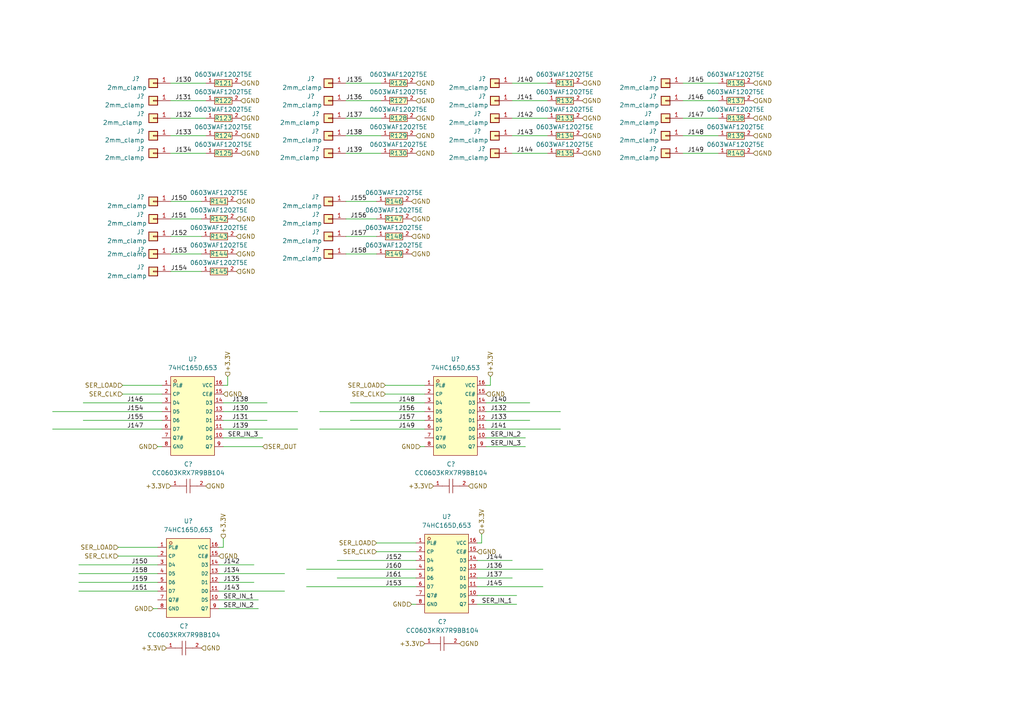
<source format=kicad_sch>
(kicad_sch (version 20230121) (generator eeschema)
  (paper "A4")
  (lib_symbols
    (symbol "0603WAF1202T5E:0603WAF1202T5E" (pin_names hide)
      (property "Reference" "R" (at 0 1.27 0))
      (property "Value" "0603WAF1202T5E" (at 0 -2.54 0))
      (symbol "0603WAF1202T5E_0_1"
        (rectangle (start -2.54 1.016) (end 2.54 -1.016) (fill (type background)))
        (pin input line (at -5.08 0 0) (length 2.54) (name "1") (number "1"))
        (pin input line (at 5.08 0 180) (length 2.54) (name "2") (number "2"))
      )
    )
    (symbol "74HC165D,653:74HC165D,653"
      (property "Reference" "U" (at 0 1.27 0))
      (property "Value" "74HC165D,653" (at 0 -2.54 0))
      (symbol "74HC165D,653_0_1"
        (rectangle (start -6.35 11.43) (end 6.35 -11.43) (fill (type background)))
        (circle (center -5.08 10.16) (radius 0.381) (fill (type background)))
        (pin unspecified line (at -8.89 8.89 0) (length 2.54) (name "PL#") (number "1"))
        (pin unspecified line (at 8.89 -6.35 180) (length 2.54) (name "DS") (number "10"))
        (pin unspecified line (at 8.89 -3.81 180) (length 2.54) (name "D0") (number "11"))
        (pin unspecified line (at 8.89 -1.27 180) (length 2.54) (name "D1") (number "12"))
        (pin unspecified line (at 8.89 1.27 180) (length 2.54) (name "D2") (number "13"))
        (pin unspecified line (at 8.89 3.81 180) (length 2.54) (name "D3") (number "14"))
        (pin unspecified line (at 8.89 6.35 180) (length 2.54) (name "CE#") (number "15"))
        (pin unspecified line (at 8.89 8.89 180) (length 2.54) (name "VCC") (number "16"))
        (pin unspecified line (at -8.89 6.35 0) (length 2.54) (name "CP") (number "2"))
        (pin unspecified line (at -8.89 3.81 0) (length 2.54) (name "D4") (number "3"))
        (pin unspecified line (at -8.89 1.27 0) (length 2.54) (name "D5") (number "4"))
        (pin unspecified line (at -8.89 -1.27 0) (length 2.54) (name "D6") (number "5"))
        (pin unspecified line (at -8.89 -3.81 0) (length 2.54) (name "D7") (number "6"))
        (pin unspecified line (at -8.89 -6.35 0) (length 2.54) (name "Q7#") (number "7"))
        (pin unspecified line (at -8.89 -8.89 0) (length 2.54) (name "GND") (number "8"))
        (pin unspecified line (at 8.89 -8.89 180) (length 2.54) (name "Q7") (number "9"))
      )
    )
    (symbol "CC0603KRX7R9BB104:CC0603KRX7R9BB104" (pin_names hide)
      (property "Reference" "C" (at 0 1.27 0))
      (property "Value" "CC0603KRX7R9BB104" (at 0 -2.54 0))
      (symbol "CC0603KRX7R9BB104_0_1"
        (polyline (pts (xy -0.508 -2.032) (xy -0.508 2.032)))
        (polyline (pts (xy -0.508 0) (xy -2.54 0)))
        (polyline (pts (xy 0.508 2.032) (xy 0.508 -2.032)))
        (polyline (pts (xy 2.54 0) (xy 0.508 0)))
        (pin unspecified line (at -5.08 0 0) (length 2.54) (name "1") (number "1"))
        (pin unspecified line (at 5.08 0 180) (length 2.54) (name "2") (number "2"))
      )
    )
    (symbol "Kaboom_box:2mm_clamp" (pin_names (offset 1.016) hide)
      (property "Reference" "J" (at 0 2.54 0))
      (property "Value" "2mm_clamp" (at 0 -2.54 0))
      (symbol "2mm_clamp_1_1"
        (rectangle (start -1.27 0.127) (end 0 -0.127) (stroke (width 0.1524)))
        (rectangle (start -1.27 1.27) (end 1.27 -1.27) (stroke (width 0.254)) (fill (type background)))
        (pin passive line (at -5.08 0 0) (length 3.81) (name "Pin_1") (number "1"))
      )
    )
  )
  (wire (pts (xy 77.47 116.84) (xy 64.77 116.84)))
  (wire (pts (xy 142.24 109.22) (xy 142.24 111.76)))
  (wire (pts (xy 15.24 119.38) (xy 46.99 119.38)))
  (wire (pts (xy 198.12 29.21) (xy 208.28 29.21)))
  (wire (pts (xy 148.59 24.13) (xy 158.75 24.13)))
  (wire (pts (xy 64.77 127) (xy 76.2 127)))
  (wire (pts (xy 138.43 165.1) (xy 157.48 165.1)))
  (wire (pts (xy 100.33 58.42) (xy 109.22 58.42)))
  (wire (pts (xy 88.9 170.18) (xy 120.65 170.18)))
  (wire (pts (xy 49.53 39.37) (xy 59.69 39.37)))
  (wire (pts (xy 63.5 163.83) (xy 73.66 163.83)))
  (wire (pts (xy 139.7 154.94) (xy 139.7 157.48)))
  (wire (pts (xy 64.77 156.21) (xy 64.77 158.75)))
  (wire (pts (xy 148.59 39.37) (xy 158.75 39.37)))
  (wire (pts (xy 22.86 168.91) (xy 45.72 168.91)))
  (wire (pts (xy 100.33 29.21) (xy 110.49 29.21)))
  (wire (pts (xy 34.29 158.75) (xy 45.72 158.75)))
  (wire (pts (xy 22.86 166.37) (xy 45.72 166.37)))
  (wire (pts (xy 92.71 119.38) (xy 123.19 119.38)))
  (wire (pts (xy 139.7 157.48) (xy 138.43 157.48)))
  (wire (pts (xy 59.69 44.45) (xy 49.53 44.45)))
  (wire (pts (xy 92.71 124.46) (xy 123.19 124.46)))
  (wire (pts (xy 49.53 73.66) (xy 58.42 73.66)))
  (wire (pts (xy 138.43 172.72) (xy 149.86 172.72)))
  (wire (pts (xy 148.59 29.21) (xy 158.75 29.21)))
  (wire (pts (xy 140.97 124.46) (xy 162.56 124.46)))
  (wire (pts (xy 119.38 175.26) (xy 120.65 175.26)))
  (wire (pts (xy 198.12 24.13) (xy 208.28 24.13)))
  (wire (pts (xy 100.33 68.58) (xy 109.22 68.58)))
  (wire (pts (xy 100.33 44.45) (xy 110.49 44.45)))
  (wire (pts (xy 63.5 176.53) (xy 74.93 176.53)))
  (wire (pts (xy 100.33 63.5) (xy 109.22 63.5)))
  (wire (pts (xy 111.76 114.3) (xy 123.19 114.3)))
  (wire (pts (xy 63.5 168.91) (xy 73.66 168.91)))
  (wire (pts (xy 45.72 129.54) (xy 46.99 129.54)))
  (wire (pts (xy 35.56 111.76) (xy 46.99 111.76)))
  (wire (pts (xy 109.22 160.02) (xy 120.65 160.02)))
  (wire (pts (xy 142.24 111.76) (xy 140.97 111.76)))
  (wire (pts (xy 63.5 173.99) (xy 74.93 173.99)))
  (wire (pts (xy 100.33 73.66) (xy 109.22 73.66)))
  (wire (pts (xy 111.76 111.76) (xy 123.19 111.76)))
  (wire (pts (xy 24.13 116.84) (xy 46.99 116.84)))
  (wire (pts (xy 121.92 129.54) (xy 123.19 129.54)))
  (wire (pts (xy 198.12 34.29) (xy 208.28 34.29)))
  (wire (pts (xy 22.86 171.45) (xy 45.72 171.45)))
  (wire (pts (xy 49.53 63.5) (xy 58.42 63.5)))
  (wire (pts (xy 66.04 109.22) (xy 66.04 111.76)))
  (wire (pts (xy 148.59 44.45) (xy 158.75 44.45)))
  (wire (pts (xy 138.43 162.56) (xy 148.59 162.56)))
  (wire (pts (xy 44.45 176.53) (xy 45.72 176.53)))
  (wire (pts (xy 34.29 161.29) (xy 45.72 161.29)))
  (wire (pts (xy 49.53 58.42) (xy 58.42 58.42)))
  (wire (pts (xy 64.77 124.46) (xy 86.36 124.46)))
  (wire (pts (xy 198.12 39.37) (xy 208.28 39.37)))
  (wire (pts (xy 49.53 68.58) (xy 58.42 68.58)))
  (wire (pts (xy 100.33 34.29) (xy 110.49 34.29)))
  (wire (pts (xy 138.43 167.64) (xy 148.59 167.64)))
  (wire (pts (xy 97.79 167.64) (xy 120.65 167.64)))
  (wire (pts (xy 49.53 29.21) (xy 59.69 29.21)))
  (wire (pts (xy 198.12 44.45) (xy 208.28 44.45)))
  (wire (pts (xy 22.86 163.83) (xy 45.72 163.83)))
  (wire (pts (xy 88.9 165.1) (xy 120.65 165.1)))
  (wire (pts (xy 140.97 116.84) (xy 153.67 116.84)))
  (wire (pts (xy 97.79 162.56) (xy 120.65 162.56)))
  (wire (pts (xy 77.47 121.92) (xy 64.77 121.92)))
  (wire (pts (xy 101.6 121.92) (xy 123.19 121.92)))
  (wire (pts (xy 63.5 171.45) (xy 82.55 171.45)))
  (wire (pts (xy 140.97 121.92) (xy 153.67 121.92)))
  (wire (pts (xy 64.77 158.75) (xy 63.5 158.75)))
  (wire (pts (xy 109.22 157.48) (xy 120.65 157.48)))
  (wire (pts (xy 66.04 111.76) (xy 64.77 111.76)))
  (wire (pts (xy 138.43 170.18) (xy 157.48 170.18)))
  (wire (pts (xy 64.77 129.54) (xy 76.2 129.54)))
  (wire (pts (xy 49.53 34.29) (xy 59.69 34.29)))
  (wire (pts (xy 15.24 124.46) (xy 46.99 124.46)))
  (wire (pts (xy 35.56 114.3) (xy 46.99 114.3)))
  (wire (pts (xy 101.6 116.84) (xy 123.19 116.84)))
  (wire (pts (xy 49.53 78.74) (xy 58.42 78.74)))
  (wire (pts (xy 138.43 175.26) (xy 149.86 175.26)))
  (wire (pts (xy 63.5 166.37) (xy 82.55 166.37)))
  (wire (pts (xy 140.97 119.38) (xy 162.56 119.38)))
  (wire (pts (xy 140.97 129.54) (xy 152.4 129.54)))
  (wire (pts (xy 64.77 119.38) (xy 86.36 119.38)))
  (wire (pts (xy 24.13 121.92) (xy 46.99 121.92)))
  (wire (pts (xy 49.53 24.13) (xy 59.69 24.13)))
  (wire (pts (xy 100.33 24.13) (xy 110.49 24.13)))
  (wire (pts (xy 100.33 39.37) (xy 110.49 39.37)))
  (wire (pts (xy 140.97 127) (xy 152.4 127)))
  (wire (pts (xy 148.59 34.29) (xy 158.75 34.29)))
  (label "J151" (at 49.53 63.5 0))
  (label "J145" (at 199.39 24.13 0))
  (label "J157" (at 101.6 68.58 0))
  (label "J141" (at 142.24 124.46 0))
  (label "J157" (at 115.57 121.92 0))
  (label "J138" (at 100.33 39.37 0))
  (label "J130" (at 67.31 119.38 0))
  (label "J147" (at 36.83 124.46 0))
  (label "J153" (at 49.53 73.66 0))
  (label "SER_IN_1" (at 139.7 175.26 0))
  (label "J132" (at 142.24 119.38 0))
  (label "J152" (at 49.53 68.58 0))
  (label "J155" (at 36.83 121.92 0))
  (label "J144" (at 149.86 44.45 0))
  (label "J143" (at 149.86 39.37 0))
  (label "J141" (at 149.86 29.21 0))
  (label "SER_IN_1" (at 64.77 173.99 0))
  (label "J146" (at 199.39 29.21 0))
  (label "J160" (at 111.76 165.1 0))
  (label "J138" (at 67.31 116.84 0))
  (label "J137" (at 140.97 167.64 0))
  (label "J161" (at 111.76 167.64 0))
  (label "J143" (at 64.77 171.45 0))
  (label "J136" (at 100.33 29.21 0))
  (label "J153" (at 111.76 170.18 0))
  (label "J140" (at 149.86 24.13 0))
  (label "J145" (at 140.97 170.18 0))
  (label "J132" (at 50.8 34.29 0))
  (label "J139" (at 100.33 44.45 0))
  (label "J133" (at 50.8 39.37 0))
  (label "J131" (at 67.31 121.92 0))
  (label "J142" (at 149.86 34.29 0))
  (label "SER_IN_2" (at 64.77 176.53 0))
  (label "J140" (at 142.24 116.84 0))
  (label "J150" (at 38.1 163.83 0))
  (label "J136" (at 140.97 165.1 0))
  (label "J135" (at 100.33 24.13 0))
  (label "J135" (at 64.77 168.91 0))
  (label "J142" (at 64.77 163.83 0))
  (label "J159" (at 38.1 168.91 0))
  (label "J152" (at 111.76 162.56 0))
  (label "J133" (at 142.24 121.92 0))
  (label "J156" (at 101.6 63.5 0))
  (label "SER_IN_3" (at 66.04 127 0))
  (label "J134" (at 50.8 44.45 0))
  (label "J134" (at 64.77 166.37 0))
  (label "J154" (at 36.83 119.38 0))
  (label "J130" (at 50.8 24.13 0))
  (label "J151" (at 38.1 171.45 0))
  (label "J148" (at 115.57 116.84 0))
  (label "J137" (at 100.33 34.29 0))
  (label "J139" (at 67.31 124.46 0))
  (label "SER_IN_2" (at 142.24 127 0))
  (label "J131" (at 50.8 29.21 0))
  (label "J158" (at 38.1 166.37 0))
  (label "J155" (at 101.6 58.42 0))
  (label "J147" (at 199.39 34.29 0))
  (label "J146" (at 36.83 116.84 0))
  (label "J149" (at 115.57 124.46 0))
  (label "J150" (at 49.53 58.42 0))
  (label "J144" (at 140.97 162.56 0))
  (label "SER_IN_3" (at 142.24 129.54 0))
  (label "J148" (at 199.39 39.37 0))
  (label "J156" (at 115.57 119.38 0))
  (label "J158" (at 101.6 73.66 0))
  (label "J149" (at 199.39 44.45 0))
  (label "J154" (at 49.53 78.74 0))
  (hierarchical_label "GND" (shape input) (at 69.85 34.29 0))
  (hierarchical_label "+3.3V" (shape input) (at 139.7 154.94 90))
  (hierarchical_label "GND" (shape input) (at 138.43 160.02 0))
  (hierarchical_label "GND" (shape input) (at 68.58 58.42 0))
  (hierarchical_label "GND" (shape input) (at 119.38 68.58 0))
  (hierarchical_label "GND" (shape input) (at 168.91 39.37 0))
  (hierarchical_label "SER_LOAD" (shape input) (at 109.22 157.48 180))
  (hierarchical_label "GND" (shape input) (at 218.44 44.45 0))
  (hierarchical_label "GND" (shape input) (at 218.44 34.29 0))
  (hierarchical_label "SER_CLK" (shape input) (at 34.29 161.29 180))
  (hierarchical_label "SER_LOAD" (shape input) (at 34.29 158.75 180))
  (hierarchical_label "GND" (shape input) (at 63.5 161.29 0))
  (hierarchical_label "+3.3V" (shape input) (at 66.04 109.22 90))
  (hierarchical_label "GND" (shape input) (at 119.38 63.5 0))
  (hierarchical_label "GND" (shape input) (at 45.72 129.54 180))
  (hierarchical_label "GND" (shape input) (at 120.65 29.21 0))
  (hierarchical_label "GND" (shape input) (at 64.77 114.3 0))
  (hierarchical_label "GND" (shape input) (at 58.42 187.96 0))
  (hierarchical_label "+3.3V" (shape input) (at 125.73 140.97 180))
  (hierarchical_label "GND" (shape input) (at 59.69 140.97 0))
  (hierarchical_label "GND" (shape input) (at 69.85 29.21 0))
  (hierarchical_label "+3.3V" (shape input) (at 49.53 140.97 180))
  (hierarchical_label "GND" (shape input) (at 69.85 24.13 0))
  (hierarchical_label "GND" (shape input) (at 168.91 44.45 0))
  (hierarchical_label "GND" (shape input) (at 168.91 29.21 0))
  (hierarchical_label "GND" (shape input) (at 68.58 68.58 0))
  (hierarchical_label "SER_CLK" (shape input) (at 111.76 114.3 180))
  (hierarchical_label "GND" (shape input) (at 218.44 24.13 0))
  (hierarchical_label "GND" (shape input) (at 168.91 34.29 0))
  (hierarchical_label "GND" (shape input) (at 68.58 73.66 0))
  (hierarchical_label "GND" (shape input) (at 120.65 44.45 0))
  (hierarchical_label "GND" (shape input) (at 218.44 39.37 0))
  (hierarchical_label "GND" (shape input) (at 218.44 29.21 0))
  (hierarchical_label "SER_CLK" (shape input) (at 35.56 114.3 180))
  (hierarchical_label "GND" (shape input) (at 121.92 129.54 180))
  (hierarchical_label "GND" (shape input) (at 119.38 73.66 0))
  (hierarchical_label "GND" (shape input) (at 120.65 24.13 0))
  (hierarchical_label "GND" (shape input) (at 68.58 63.5 0))
  (hierarchical_label "GND" (shape input) (at 120.65 39.37 0))
  (hierarchical_label "+3.3V" (shape input) (at 64.77 156.21 90))
  (hierarchical_label "GND" (shape input) (at 68.58 78.74 0))
  (hierarchical_label "GND" (shape input) (at 119.38 58.42 0))
  (hierarchical_label "SER_LOAD" (shape input) (at 35.56 111.76 180))
  (hierarchical_label "GND" (shape input) (at 119.38 175.26 180))
  (hierarchical_label "+3.3V" (shape input) (at 142.24 109.22 90))
  (hierarchical_label "GND" (shape input) (at 69.85 39.37 0))
  (hierarchical_label "GND" (shape input) (at 69.85 44.45 0))
  (hierarchical_label "GND" (shape input) (at 168.91 24.13 0))
  (hierarchical_label "+3.3V" (shape input) (at 48.26 187.96 180))
  (hierarchical_label "GND" (shape input) (at 120.65 34.29 0))
  (hierarchical_label "+3.3V" (shape input) (at 123.19 186.69 180))
  (hierarchical_label "SER_CLK" (shape input) (at 109.22 160.02 180))
  (hierarchical_label "GND" (shape input) (at 135.89 140.97 0))
  (hierarchical_label "SER_OUT" (shape input) (at 76.2 129.54 0))
  (hierarchical_label "GND" (shape input) (at 133.35 186.69 0))
  (hierarchical_label "GND" (shape input) (at 140.97 114.3 0))
  (hierarchical_label "SER_LOAD" (shape input) (at 111.76 111.76 180))
  (hierarchical_label "GND" (shape input) (at 44.45 176.53 180))
  (symbol (lib_id "0603WAF1202T5E:0603WAF1202T5E") (at 114.3 68.58 0) (unit 1)
    (property "Reference" "R148" (at 114.3 68.58 0))
    (property "Value" "0603WAF1202T5E" (at 114.3 66.04 0))
    (property "Footprint" "footprint:R0603" (effects hide))
    (property "Datasheet" "https://www.mouser.in/datasheet/2/447/PYu_RT_1_to_0_01_RoHS_L_11-1669912.pdf" (effects hide))
    (property "LCSC" "C22790" (effects hide))
  )
  (symbol (lib_id "0603WAF1202T5E:0603WAF1202T5E") (at 64.77 29.21 0) (unit 1)
    (property "Reference" "R122" (at 64.77 29.21 0))
    (property "Value" "0603WAF1202T5E" (at 64.77 26.67 0))
    (property "Footprint" "footprint:R0603" (effects hide))
    (property "Datasheet" "https://www.mouser.in/datasheet/2/447/PYu_RT_1_to_0_01_RoHS_L_11-1669912.pdf" (effects hide))
    (property "LCSC" "C22790" (effects hide))
  )
  (symbol (lib_id "Kaboom_box:2mm_clamp") (at 44.45 78.74 0) (mirror y) (unit 1)
    (property "Reference" "J?" (at 41.91 77.47 0) (effects (justify left)))
    (property "Value" "2mm_clamp" (at 36.83 80.01 0))
    (property "Footprint" "Kaboom_box:2mm testlead, screw-clamp" (effects hide))
    (property "Datasheet" "https://www.aliexpress.com/item/1005003745780405.html?spm=a2g0o.order_list.order_list_main.12.1f5c18020OVUCx" (effects hide))
    (instances (project "Kaboom_box" (path "" (reference "J?") (unit 1)) (path "" (reference "J?") (unit 1)) (path "" (reference "J?") (unit 1)) (path "" (reference "J154") (unit 1))))
  )
  (symbol (lib_id "0603WAF1202T5E:0603WAF1202T5E") (at 115.57 39.37 0) (unit 1)
    (property "Reference" "R129" (at 115.57 39.37 0))
    (property "Value" "0603WAF1202T5E" (at 115.57 36.83 0))
    (property "Footprint" "footprint:R0603" (effects hide))
    (property "Datasheet" "https://www.mouser.in/datasheet/2/447/PYu_RT_1_to_0_01_RoHS_L_11-1669912.pdf" (effects hide))
    (property "LCSC" "C22790" (effects hide))
  )
  (symbol (lib_id "Kaboom_box:2mm_clamp") (at 193.04 34.29 180) (unit 1)
    (property "Reference" "J?" (at 187.96 33.02 0))
    (property "Value" "2mm_clamp" (at 185.42 35.56 0))
    (property "Footprint" "Kaboom_box:2mm testlead, screw-clamp" (effects hide))
    (property "Datasheet" "https://www.aliexpress.com/item/1005003745780405.html?spm=a2g0o.order_list.order_list_main.12.1f5c18020OVUCx" (effects hide))
    (instances (project "Kaboom_box" (path "" (reference "J?") (unit 1)) (path "" (reference "J?") (unit 1)) (path "" (reference "J?") (unit 1)) (path "" (reference "J147") (unit 1))))
  )
  (symbol (lib_id "Kaboom_box:2mm_clamp") (at 95.25 24.13 180) (unit 1)
    (property "Reference" "J?" (at 90.17 22.86 0))
    (property "Value" "2mm_clamp" (at 87.63 25.4 0))
    (property "Footprint" "Kaboom_box:2mm testlead, screw-clamp" (effects hide))
    (property "Datasheet" "https://www.aliexpress.com/item/1005003745780405.html?spm=a2g0o.order_list.order_list_main.12.1f5c18020OVUCx" (effects hide))
    (instances (project "Kaboom_box" (path "" (reference "J?") (unit 1)) (path "" (reference "J?") (unit 1)) (path "" (reference "J?") (unit 1)) (path "" (reference "J135") (unit 1))))
  )
  (symbol (lib_id "Kaboom_box:2mm_clamp") (at 44.45 24.13 180) (unit 1)
    (property "Reference" "J?" (at 39.37 22.86 0))
    (property "Value" "2mm_clamp" (at 36.83 25.4 0))
    (property "Footprint" "Kaboom_box:2mm testlead, screw-clamp" (effects hide))
    (property "Datasheet" "https://www.aliexpress.com/item/1005003745780405.html?spm=a2g0o.order_list.order_list_main.12.1f5c18020OVUCx" (effects hide))
    (instances (project "Kaboom_box" (path "" (reference "J?") (unit 1)) (path "" (reference "J?") (unit 1)) (path "" (reference "J?") (unit 1)) (path "" (reference "J130") (unit 1))))
  )
  (symbol (lib_id "74HC165D,653:74HC165D,653") (at 132.08 120.65 0) (unit 1)
    (property "Reference" "U?" (at 132.08 104.14 0))
    (property "Value" "74HC165D,653" (at 132.08 106.68 0))
    (property "Footprint" "footprint:SOIC-16_L9.9-W3.9-P1.27-LS6.0-BL" (effects hide))
    (property "Datasheet" "https://assets.nexperia.com/documents/data-sheet/74HC_HCT165.pdf" (effects hide))
    (property "LCSC" "C5613" (effects hide))
    (instances (project "Kaboom_box" (path "" (reference "U?") (unit 1)) (path "" (reference "U?") (unit 1)) (path "" (reference "U?") (unit 1)) (path "" (reference "U146") (unit 1))))
  )
  (symbol (lib_id "74HC165D,653:74HC165D,653") (at 54.61 167.64 0) (unit 1)
    (property "Reference" "U?" (at 54.61 151.13 0))
    (property "Value" "74HC165D,653" (at 54.61 153.67 0))
    (property "Footprint" "footprint:SOIC-16_L9.9-W3.9-P1.27-LS6.0-BL" (effects hide))
    (property "Datasheet" "https://assets.nexperia.com/documents/data-sheet/74HC_HCT165.pdf" (effects hide))
    (property "LCSC" "C5613" (effects hide))
    (instances (project "Kaboom_box" (path "" (reference "U?") (unit 1)) (path "" (reference "U?") (unit 1)) (path "" (reference "U?") (unit 1)) (path "" (reference "U147") (unit 1))))
  )
  (symbol (lib_id "CC0603KRX7R9BB104:CC0603KRX7R9BB104") (at 54.61 140.97 0) (unit 1)
    (property "Reference" "C?" (at 54.61 134.62 0))
    (property "Value" "CC0603KRX7R9BB104" (at 54.61 137.16 0))
    (property "Footprint" "footprint:C0603" (effects hide))
    (property "Datasheet" "https://item.szlcsc.com/362304.html" (effects hide))
    (property "LCSC" "C14663" (effects hide))
    (instances (project "Kaboom_box" (path "" (reference "C?") (unit 1)) (path "" (reference "C?") (unit 1)) (path "" (reference "C?") (unit 1)) (path "" (reference "C116") (unit 1))))
  )
  (symbol (lib_id "Kaboom_box:2mm_clamp") (at 95.25 34.29 0) (mirror y) (unit 1)
    (property "Reference" "J?" (at 92.71 33.02 0) (effects (justify left)))
    (property "Value" "2mm_clamp" (at 92.71 35.56 0) (effects (justify left)))
    (property "Footprint" "Kaboom_box:2mm testlead, screw-clamp" (effects hide))
    (property "Datasheet" "https://www.aliexpress.com/item/1005003745780405.html?spm=a2g0o.order_list.order_list_main.12.1f5c18020OVUCx" (effects hide))
    (instances (project "Kaboom_box" (path "" (reference "J?") (unit 1)) (path "" (reference "J?") (unit 1)) (path "" (reference "J?") (unit 1)) (path "" (reference "J137") (unit 1))))
  )
  (symbol (lib_id "Kaboom_box:2mm_clamp") (at 143.51 39.37 180) (unit 1)
    (property "Reference" "J?" (at 138.43 38.1 0))
    (property "Value" "2mm_clamp" (at 135.89 40.64 0))
    (property "Footprint" "Kaboom_box:2mm testlead, screw-clamp" (effects hide))
    (property "Datasheet" "https://www.aliexpress.com/item/1005003745780405.html?spm=a2g0o.order_list.order_list_main.12.1f5c18020OVUCx" (effects hide))
    (instances (project "Kaboom_box" (path "" (reference "J?") (unit 1)) (path "" (reference "J?") (unit 1)) (path "" (reference "J?") (unit 1)) (path "" (reference "J143") (unit 1))))
  )
  (symbol (lib_id "CC0603KRX7R9BB104:CC0603KRX7R9BB104") (at 53.34 187.96 0) (unit 1)
    (property "Reference" "C?" (at 53.34 181.61 0))
    (property "Value" "CC0603KRX7R9BB104" (at 53.34 184.15 0))
    (property "Footprint" "footprint:C0603" (effects hide))
    (property "Datasheet" "https://item.szlcsc.com/362304.html" (effects hide))
    (property "LCSC" "C14663" (effects hide))
    (instances (project "Kaboom_box" (path "" (reference "C?") (unit 1)) (path "" (reference "C?") (unit 1)) (path "" (reference "C?") (unit 1)) (path "" (reference "C118") (unit 1))))
  )
  (symbol (lib_id "0603WAF1202T5E:0603WAF1202T5E") (at 213.36 44.45 0) (unit 1)
    (property "Reference" "R140" (at 213.36 44.45 0))
    (property "Value" "0603WAF1202T5E" (at 213.36 41.91 0))
    (property "Footprint" "footprint:R0603" (effects hide))
    (property "Datasheet" "https://www.mouser.in/datasheet/2/447/PYu_RT_1_to_0_01_RoHS_L_11-1669912.pdf" (effects hide))
    (property "LCSC" "C22790" (effects hide))
  )
  (symbol (lib_id "Kaboom_box:2mm_clamp") (at 95.25 44.45 0) (mirror y) (unit 1)
    (property "Reference" "J?" (at 92.71 43.18 0) (effects (justify left)))
    (property "Value" "2mm_clamp" (at 92.71 45.72 0) (effects (justify left)))
    (property "Footprint" "Kaboom_box:2mm testlead, screw-clamp" (effects hide))
    (property "Datasheet" "https://www.aliexpress.com/item/1005003745780405.html?spm=a2g0o.order_list.order_list_main.12.1f5c18020OVUCx" (effects hide))
    (instances (project "Kaboom_box" (path "" (reference "J?") (unit 1)) (path "" (reference "J?") (unit 1)) (path "" (reference "J?") (unit 1)) (path "" (reference "J139") (unit 1))))
  )
  (symbol (lib_id "Kaboom_box:2mm_clamp") (at 143.51 44.45 0) (mirror y) (unit 1)
    (property "Reference" "J?" (at 139.7 43.18 0))
    (property "Value" "2mm_clamp" (at 135.89 45.72 0))
    (property "Footprint" "Kaboom_box:2mm testlead, screw-clamp" (effects hide))
    (property "Datasheet" "https://www.aliexpress.com/item/1005003745780405.html?spm=a2g0o.order_list.order_list_main.12.1f5c18020OVUCx" (effects hide))
    (instances (project "Kaboom_box" (path "" (reference "J?") (unit 1)) (path "" (reference "J?") (unit 1)) (path "" (reference "J?") (unit 1)) (path "" (reference "J144") (unit 1))))
  )
  (symbol (lib_id "Kaboom_box:2mm_clamp") (at 95.25 39.37 0) (mirror y) (unit 1)
    (property "Reference" "J?" (at 91.44 38.1 0))
    (property "Value" "2mm_clamp" (at 87.63 40.64 0))
    (property "Footprint" "Kaboom_box:2mm testlead, screw-clamp" (effects hide))
    (property "Datasheet" "https://www.aliexpress.com/item/1005003745780405.html?spm=a2g0o.order_list.order_list_main.12.1f5c18020OVUCx" (effects hide))
    (instances (project "Kaboom_box" (path "" (reference "J?") (unit 1)) (path "" (reference "J?") (unit 1)) (path "" (reference "J?") (unit 1)) (path "" (reference "J138") (unit 1))))
  )
  (symbol (lib_id "0603WAF1202T5E:0603WAF1202T5E") (at 213.36 24.13 0) (unit 1)
    (property "Reference" "R136" (at 213.36 24.13 0))
    (property "Value" "0603WAF1202T5E" (at 213.36 21.59 0))
    (property "Footprint" "footprint:R0603" (effects hide))
    (property "Datasheet" "https://www.mouser.in/datasheet/2/447/PYu_RT_1_to_0_01_RoHS_L_11-1669912.pdf" (effects hide))
    (property "LCSC" "C22790" (effects hide))
  )
  (symbol (lib_id "Kaboom_box:2mm_clamp") (at 44.45 68.58 0) (mirror y) (unit 1)
    (property "Reference" "J?" (at 41.91 67.31 0) (effects (justify left)))
    (property "Value" "2mm_clamp" (at 36.83 69.85 0))
    (property "Footprint" "Kaboom_box:2mm testlead, screw-clamp" (effects hide))
    (property "Datasheet" "https://www.aliexpress.com/item/1005003745780405.html?spm=a2g0o.order_list.order_list_main.12.1f5c18020OVUCx" (effects hide))
    (instances (project "Kaboom_box" (path "" (reference "J?") (unit 1)) (path "" (reference "J?") (unit 1)) (path "" (reference "J?") (unit 1)) (path "" (reference "J152") (unit 1))))
  )
  (symbol (lib_id "Kaboom_box:2mm_clamp") (at 44.45 39.37 0) (mirror y) (unit 1)
    (property "Reference" "J?" (at 41.91 38.1 0) (effects (justify left)))
    (property "Value" "2mm_clamp" (at 41.91 40.64 0) (effects (justify left)))
    (property "Footprint" "Kaboom_box:2mm testlead, screw-clamp" (effects hide))
    (property "Datasheet" "https://www.aliexpress.com/item/1005003745780405.html?spm=a2g0o.order_list.order_list_main.12.1f5c18020OVUCx" (effects hide))
    (instances (project "Kaboom_box" (path "" (reference "J?") (unit 1)) (path "" (reference "J?") (unit 1)) (path "" (reference "J?") (unit 1)) (path "" (reference "J133") (unit 1))))
  )
  (symbol (lib_id "0603WAF1202T5E:0603WAF1202T5E") (at 64.77 39.37 0) (unit 1)
    (property "Reference" "R124" (at 64.77 39.37 0))
    (property "Value" "0603WAF1202T5E" (at 64.77 36.83 0))
    (property "Footprint" "footprint:R0603" (effects hide))
    (property "Datasheet" "https://www.mouser.in/datasheet/2/447/PYu_RT_1_to_0_01_RoHS_L_11-1669912.pdf" (effects hide))
    (property "LCSC" "C22790" (effects hide))
  )
  (symbol (lib_id "Kaboom_box:2mm_clamp") (at 44.45 44.45 0) (mirror y) (unit 1)
    (property "Reference" "J?" (at 41.91 43.18 0) (effects (justify left)))
    (property "Value" "2mm_clamp" (at 41.91 45.72 0) (effects (justify left)))
    (property "Footprint" "Kaboom_box:2mm testlead, screw-clamp" (effects hide))
    (property "Datasheet" "https://www.aliexpress.com/item/1005003745780405.html?spm=a2g0o.order_list.order_list_main.12.1f5c18020OVUCx" (effects hide))
    (instances (project "Kaboom_box" (path "" (reference "J?") (unit 1)) (path "" (reference "J?") (unit 1)) (path "" (reference "J?") (unit 1)) (path "" (reference "J134") (unit 1))))
  )
  (symbol (lib_id "0603WAF1202T5E:0603WAF1202T5E") (at 163.83 39.37 0) (unit 1)
    (property "Reference" "R134" (at 163.83 39.37 0))
    (property "Value" "0603WAF1202T5E" (at 163.83 36.83 0))
    (property "Footprint" "footprint:R0603" (effects hide))
    (property "Datasheet" "https://www.mouser.in/datasheet/2/447/PYu_RT_1_to_0_01_RoHS_L_11-1669912.pdf" (effects hide))
    (property "LCSC" "C22790" (effects hide))
  )
  (symbol (lib_id "Kaboom_box:2mm_clamp") (at 193.04 39.37 0) (mirror y) (unit 1)
    (property "Reference" "J?" (at 190.5 38.1 0) (effects (justify left)))
    (property "Value" "2mm_clamp" (at 185.42 40.64 0))
    (property "Footprint" "Kaboom_box:2mm testlead, screw-clamp" (effects hide))
    (property "Datasheet" "https://www.aliexpress.com/item/1005003745780405.html?spm=a2g0o.order_list.order_list_main.12.1f5c18020OVUCx" (effects hide))
    (instances (project "Kaboom_box" (path "" (reference "J?") (unit 1)) (path "" (reference "J?") (unit 1)) (path "" (reference "J?") (unit 1)) (path "" (reference "J148") (unit 1))))
  )
  (symbol (lib_id "Kaboom_box:2mm_clamp") (at 44.45 34.29 0) (mirror y) (unit 1)
    (property "Reference" "J?" (at 41.91 33.02 0) (effects (justify left)))
    (property "Value" "2mm_clamp" (at 35.56 35.56 0))
    (property "Footprint" "Kaboom_box:2mm testlead, screw-clamp" (effects hide))
    (property "Datasheet" "https://www.aliexpress.com/item/1005003745780405.html?spm=a2g0o.order_list.order_list_main.12.1f5c18020OVUCx" (effects hide))
    (instances (project "Kaboom_box" (path "" (reference "J?") (unit 1)) (path "" (reference "J?") (unit 1)) (path "" (reference "J?") (unit 1)) (path "" (reference "J132") (unit 1))))
  )
  (symbol (lib_id "Kaboom_box:2mm_clamp") (at 143.51 24.13 0) (mirror y) (unit 1)
    (property "Reference" "J?" (at 140.97 22.86 0) (effects (justify left)))
    (property "Value" "2mm_clamp" (at 135.89 25.4 0))
    (property "Footprint" "Kaboom_box:2mm testlead, screw-clamp" (effects hide))
    (property "Datasheet" "https://www.aliexpress.com/item/1005003745780405.html?spm=a2g0o.order_list.order_list_main.12.1f5c18020OVUCx" (effects hide))
    (instances (project "Kaboom_box" (path "" (reference "J?") (unit 1)) (path "" (reference "J?") (unit 1)) (path "" (reference "J?") (unit 1)) (path "" (reference "J140") (unit 1))))
  )
  (symbol (lib_id "Kaboom_box:2mm_clamp") (at 193.04 44.45 180) (unit 1)
    (property "Reference" "J?" (at 190.5 43.18 0) (effects (justify left)))
    (property "Value" "2mm_clamp" (at 185.42 45.72 0))
    (property "Footprint" "Kaboom_box:2mm testlead, screw-clamp" (effects hide))
    (property "Datasheet" "https://www.aliexpress.com/item/1005003745780405.html?spm=a2g0o.order_list.order_list_main.12.1f5c18020OVUCx" (effects hide))
    (instances (project "Kaboom_box" (path "" (reference "J?") (unit 1)) (path "" (reference "J?") (unit 1)) (path "" (reference "J?") (unit 1)) (path "" (reference "J149") (unit 1))))
  )
  (symbol (lib_id "0603WAF1202T5E:0603WAF1202T5E") (at 213.36 29.21 0) (unit 1)
    (property "Reference" "R137" (at 213.36 29.21 0))
    (property "Value" "0603WAF1202T5E" (at 213.36 26.67 0))
    (property "Footprint" "footprint:R0603" (effects hide))
    (property "Datasheet" "https://www.mouser.in/datasheet/2/447/PYu_RT_1_to_0_01_RoHS_L_11-1669912.pdf" (effects hide))
    (property "LCSC" "C22790" (effects hide))
  )
  (symbol (lib_id "Kaboom_box:2mm_clamp") (at 143.51 29.21 0) (mirror y) (unit 1)
    (property "Reference" "J?" (at 140.97 27.94 0) (effects (justify left)))
    (property "Value" "2mm_clamp" (at 135.89 30.48 0))
    (property "Footprint" "Kaboom_box:2mm testlead, screw-clamp" (effects hide))
    (property "Datasheet" "https://www.aliexpress.com/item/1005003745780405.html?spm=a2g0o.order_list.order_list_main.12.1f5c18020OVUCx" (effects hide))
    (instances (project "Kaboom_box" (path "" (reference "J?") (unit 1)) (path "" (reference "J?") (unit 1)) (path "" (reference "J?") (unit 1)) (path "" (reference "J141") (unit 1))))
  )
  (symbol (lib_id "Kaboom_box:2mm_clamp") (at 44.45 63.5 180) (unit 1)
    (property "Reference" "J?" (at 40.64 62.23 0))
    (property "Value" "2mm_clamp" (at 36.83 64.77 0))
    (property "Footprint" "Kaboom_box:2mm testlead, screw-clamp" (effects hide))
    (property "Datasheet" "https://www.aliexpress.com/item/1005003745780405.html?spm=a2g0o.order_list.order_list_main.12.1f5c18020OVUCx" (effects hide))
    (instances (project "Kaboom_box" (path "" (reference "J?") (unit 1)) (path "" (reference "J?") (unit 1)) (path "" (reference "J?") (unit 1)) (path "" (reference "J151") (unit 1))))
  )
  (symbol (lib_id "0603WAF1202T5E:0603WAF1202T5E") (at 63.5 58.42 0) (unit 1)
    (property "Reference" "R141" (at 63.5 58.42 0))
    (property "Value" "0603WAF1202T5E" (at 63.5 55.88 0))
    (property "Footprint" "footprint:R0603" (effects hide))
    (property "Datasheet" "https://www.mouser.in/datasheet/2/447/PYu_RT_1_to_0_01_RoHS_L_11-1669912.pdf" (effects hide))
    (property "LCSC" "C22790" (effects hide))
  )
  (symbol (lib_id "Kaboom_box:2mm_clamp") (at 143.51 34.29 180) (unit 1)
    (property "Reference" "J?" (at 138.43 33.02 0))
    (property "Value" "2mm_clamp" (at 135.89 35.56 0))
    (property "Footprint" "Kaboom_box:2mm testlead, screw-clamp" (effects hide))
    (property "Datasheet" "https://www.aliexpress.com/item/1005003745780405.html?spm=a2g0o.order_list.order_list_main.12.1f5c18020OVUCx" (effects hide))
    (instances (project "Kaboom_box" (path "" (reference "J?") (unit 1)) (path "" (reference "J?") (unit 1)) (path "" (reference "J?") (unit 1)) (path "" (reference "J142") (unit 1))))
  )
  (symbol (lib_id "CC0603KRX7R9BB104:CC0603KRX7R9BB104") (at 130.81 140.97 0) (unit 1)
    (property "Reference" "C?" (at 130.81 134.62 0))
    (property "Value" "CC0603KRX7R9BB104" (at 130.81 137.16 0))
    (property "Footprint" "footprint:C0603" (effects hide))
    (property "Datasheet" "https://item.szlcsc.com/362304.html" (effects hide))
    (property "LCSC" "C14663" (effects hide))
    (instances (project "Kaboom_box" (path "" (reference "C?") (unit 1)) (path "" (reference "C?") (unit 1)) (path "" (reference "C?") (unit 1)) (path "" (reference "C117") (unit 1))))
  )
  (symbol (lib_id "74HC165D,653:74HC165D,653") (at 129.54 166.37 0) (unit 1)
    (property "Reference" "U?" (at 129.54 149.86 0))
    (property "Value" "74HC165D,653" (at 129.54 152.4 0))
    (property "Footprint" "footprint:SOIC-16_L9.9-W3.9-P1.27-LS6.0-BL" (effects hide))
    (property "Datasheet" "https://assets.nexperia.com/documents/data-sheet/74HC_HCT165.pdf" (effects hide))
    (property "LCSC" "C5613" (effects hide))
    (instances (project "Kaboom_box" (path "" (reference "U?") (unit 1)) (path "" (reference "U?") (unit 1)) (path "" (reference "U?") (unit 1)) (path "" (reference "U148") (unit 1))))
  )
  (symbol (lib_id "Kaboom_box:2mm_clamp") (at 193.04 24.13 180) (unit 1)
    (property "Reference" "J?" (at 190.5 22.86 0) (effects (justify left)))
    (property "Value" "2mm_clamp" (at 185.42 25.4 0))
    (property "Footprint" "Kaboom_box:2mm testlead, screw-clamp" (effects hide))
    (property "Datasheet" "https://www.aliexpress.com/item/1005003745780405.html?spm=a2g0o.order_list.order_list_main.12.1f5c18020OVUCx" (effects hide))
    (instances (project "Kaboom_box" (path "" (reference "J?") (unit 1)) (path "" (reference "J?") (unit 1)) (path "" (reference "J?") (unit 1)) (path "" (reference "J145") (unit 1))))
  )
  (symbol (lib_id "0603WAF1202T5E:0603WAF1202T5E") (at 115.57 24.13 0) (unit 1)
    (property "Reference" "R126" (at 115.57 24.13 0))
    (property "Value" "0603WAF1202T5E" (at 115.57 21.59 0))
    (property "Footprint" "footprint:R0603" (effects hide))
    (property "Datasheet" "https://www.mouser.in/datasheet/2/447/PYu_RT_1_to_0_01_RoHS_L_11-1669912.pdf" (effects hide))
    (property "LCSC" "C22790" (effects hide))
  )
  (symbol (lib_id "0603WAF1202T5E:0603WAF1202T5E") (at 63.5 78.74 0) (unit 1)
    (property "Reference" "R145" (at 63.5 78.74 0))
    (property "Value" "0603WAF1202T5E" (at 63.5 76.2 0))
    (property "Footprint" "footprint:R0603" (effects hide))
    (property "Datasheet" "https://www.mouser.in/datasheet/2/447/PYu_RT_1_to_0_01_RoHS_L_11-1669912.pdf" (effects hide))
    (property "LCSC" "C22790" (effects hide))
  )
  (symbol (lib_id "Kaboom_box:2mm_clamp") (at 95.25 58.42 180) (unit 1)
    (property "Reference" "J?" (at 91.44 57.15 0))
    (property "Value" "2mm_clamp" (at 87.63 59.69 0))
    (property "Footprint" "Kaboom_box:2mm testlead, screw-clamp" (effects hide))
    (property "Datasheet" "https://www.aliexpress.com/item/1005003745780405.html?spm=a2g0o.order_list.order_list_main.12.1f5c18020OVUCx" (effects hide))
    (instances (project "Kaboom_box" (path "" (reference "J?") (unit 1)) (path "" (reference "J?") (unit 1)) (path "" (reference "J?") (unit 1)) (path "" (reference "J155") (unit 1))))
  )
  (symbol (lib_id "0603WAF1202T5E:0603WAF1202T5E") (at 64.77 34.29 0) (unit 1)
    (property "Reference" "R123" (at 64.77 34.29 0))
    (property "Value" "0603WAF1202T5E" (at 64.77 31.75 0))
    (property "Footprint" "footprint:R0603" (effects hide))
    (property "Datasheet" "https://www.mouser.in/datasheet/2/447/PYu_RT_1_to_0_01_RoHS_L_11-1669912.pdf" (effects hide))
    (property "LCSC" "C22790" (effects hide))
  )
  (symbol (lib_id "0603WAF1202T5E:0603WAF1202T5E") (at 163.83 34.29 0) (unit 1)
    (property "Reference" "R133" (at 163.83 34.29 0))
    (property "Value" "0603WAF1202T5E" (at 163.83 31.75 0))
    (property "Footprint" "footprint:R0603" (effects hide))
    (property "Datasheet" "https://www.mouser.in/datasheet/2/447/PYu_RT_1_to_0_01_RoHS_L_11-1669912.pdf" (effects hide))
    (property "LCSC" "C22790" (effects hide))
  )
  (symbol (lib_id "Kaboom_box:2mm_clamp") (at 95.25 63.5 0) (mirror y) (unit 1)
    (property "Reference" "J?" (at 92.71 62.23 0) (effects (justify left)))
    (property "Value" "2mm_clamp" (at 87.63 64.77 0))
    (property "Footprint" "Kaboom_box:2mm testlead, screw-clamp" (effects hide))
    (property "Datasheet" "https://www.aliexpress.com/item/1005003745780405.html?spm=a2g0o.order_list.order_list_main.12.1f5c18020OVUCx" (effects hide))
    (instances (project "Kaboom_box" (path "" (reference "J?") (unit 1)) (path "" (reference "J?") (unit 1)) (path "" (reference "J?") (unit 1)) (path "" (reference "J156") (unit 1))))
  )
  (symbol (lib_id "CC0603KRX7R9BB104:CC0603KRX7R9BB104") (at 128.27 186.69 0) (unit 1)
    (property "Reference" "C?" (at 128.27 180.34 0))
    (property "Value" "CC0603KRX7R9BB104" (at 128.27 182.88 0))
    (property "Footprint" "footprint:C0603" (effects hide))
    (property "Datasheet" "https://item.szlcsc.com/362304.html" (effects hide))
    (property "LCSC" "C14663" (effects hide))
    (instances (project "Kaboom_box" (path "" (reference "C?") (unit 1)) (path "" (reference "C?") (unit 1)) (path "" (reference "C?") (unit 1)) (path "" (reference "C119") (unit 1))))
  )
  (symbol (lib_id "Kaboom_box:2mm_clamp") (at 193.04 29.21 0) (mirror y) (unit 1)
    (property "Reference" "J?" (at 190.5 27.94 0) (effects (justify left)))
    (property "Value" "2mm_clamp" (at 185.42 30.48 0))
    (property "Footprint" "Kaboom_box:2mm testlead, screw-clamp" (effects hide))
    (property "Datasheet" "https://www.aliexpress.com/item/1005003745780405.html?spm=a2g0o.order_list.order_list_main.12.1f5c18020OVUCx" (effects hide))
    (instances (project "Kaboom_box" (path "" (reference "J?") (unit 1)) (path "" (reference "J?") (unit 1)) (path "" (reference "J?") (unit 1)) (path "" (reference "J146") (unit 1))))
  )
  (symbol (lib_id "0603WAF1202T5E:0603WAF1202T5E") (at 213.36 39.37 0) (unit 1)
    (property "Reference" "R139" (at 213.36 39.37 0))
    (property "Value" "0603WAF1202T5E" (at 213.36 36.83 0))
    (property "Footprint" "footprint:R0603" (effects hide))
    (property "Datasheet" "https://www.mouser.in/datasheet/2/447/PYu_RT_1_to_0_01_RoHS_L_11-1669912.pdf" (effects hide))
    (property "LCSC" "C22790" (effects hide))
  )
  (symbol (lib_id "0603WAF1202T5E:0603WAF1202T5E") (at 114.3 63.5 0) (unit 1)
    (property "Reference" "R147" (at 114.3 63.5 0))
    (property "Value" "0603WAF1202T5E" (at 114.3 60.96 0))
    (property "Footprint" "footprint:R0603" (effects hide))
    (property "Datasheet" "https://www.mouser.in/datasheet/2/447/PYu_RT_1_to_0_01_RoHS_L_11-1669912.pdf" (effects hide))
    (property "LCSC" "C22790" (effects hide))
  )
  (symbol (lib_id "0603WAF1202T5E:0603WAF1202T5E") (at 64.77 24.13 0) (unit 1)
    (property "Reference" "R121" (at 64.77 24.13 0))
    (property "Value" "0603WAF1202T5E" (at 64.77 21.59 0))
    (property "Footprint" "footprint:R0603" (effects hide))
    (property "Datasheet" "https://www.mouser.in/datasheet/2/447/PYu_RT_1_to_0_01_RoHS_L_11-1669912.pdf" (effects hide))
    (property "LCSC" "C22790" (effects hide))
  )
  (symbol (lib_id "74HC165D,653:74HC165D,653") (at 55.88 120.65 0) (unit 1)
    (property "Reference" "U?" (at 55.88 104.14 0))
    (property "Value" "74HC165D,653" (at 55.88 106.68 0))
    (property "Footprint" "footprint:SOIC-16_L9.9-W3.9-P1.27-LS6.0-BL" (effects hide))
    (property "Datasheet" "https://assets.nexperia.com/documents/data-sheet/74HC_HCT165.pdf" (effects hide))
    (property "LCSC" "C5613" (effects hide))
    (instances (project "Kaboom_box" (path "" (reference "U?") (unit 1)) (path "" (reference "U?") (unit 1)) (path "" (reference "U?") (unit 1)) (path "" (reference "U145") (unit 1))))
  )
  (symbol (lib_id "Kaboom_box:2mm_clamp") (at 44.45 29.21 0) (mirror y) (unit 1)
    (property "Reference" "J?" (at 41.91 27.94 0) (effects (justify left)))
    (property "Value" "2mm_clamp" (at 41.91 30.48 0) (effects (justify left)))
    (property "Footprint" "Kaboom_box:2mm testlead, screw-clamp" (effects hide))
    (property "Datasheet" "https://www.aliexpress.com/item/1005003745780405.html?spm=a2g0o.order_list.order_list_main.12.1f5c18020OVUCx" (effects hide))
    (instances (project "Kaboom_box" (path "" (reference "J?") (unit 1)) (path "" (reference "J?") (unit 1)) (path "" (reference "J?") (unit 1)) (path "" (reference "J131") (unit 1))))
  )
  (symbol (lib_id "0603WAF1202T5E:0603WAF1202T5E") (at 64.77 44.45 0) (unit 1)
    (property "Reference" "R125" (at 64.77 44.45 0))
    (property "Value" "0603WAF1202T5E" (at 64.77 41.91 0))
    (property "Footprint" "footprint:R0603" (effects hide))
    (property "Datasheet" "https://www.mouser.in/datasheet/2/447/PYu_RT_1_to_0_01_RoHS_L_11-1669912.pdf" (effects hide))
    (property "LCSC" "C22790" (effects hide))
  )
  (symbol (lib_id "0603WAF1202T5E:0603WAF1202T5E") (at 114.3 73.66 0) (unit 1)
    (property "Reference" "R149" (at 114.3 73.66 0))
    (property "Value" "0603WAF1202T5E" (at 114.3 71.12 0))
    (property "Footprint" "footprint:R0603" (effects hide))
    (property "Datasheet" "https://www.mouser.in/datasheet/2/447/PYu_RT_1_to_0_01_RoHS_L_11-1669912.pdf" (effects hide))
    (property "LCSC" "C22790" (effects hide))
  )
  (symbol (lib_id "0603WAF1202T5E:0603WAF1202T5E") (at 115.57 44.45 0) (unit 1)
    (property "Reference" "R130" (at 115.57 44.45 0))
    (property "Value" "0603WAF1202T5E" (at 115.57 41.91 0))
    (property "Footprint" "footprint:R0603" (effects hide))
    (property "Datasheet" "https://www.mouser.in/datasheet/2/447/PYu_RT_1_to_0_01_RoHS_L_11-1669912.pdf" (effects hide))
    (property "LCSC" "C22790" (effects hide))
  )
  (symbol (lib_id "0603WAF1202T5E:0603WAF1202T5E") (at 63.5 63.5 0) (unit 1)
    (property "Reference" "R142" (at 63.5 63.5 0))
    (property "Value" "0603WAF1202T5E" (at 63.5 60.96 0))
    (property "Footprint" "footprint:R0603" (effects hide))
    (property "Datasheet" "https://www.mouser.in/datasheet/2/447/PYu_RT_1_to_0_01_RoHS_L_11-1669912.pdf" (effects hide))
    (property "LCSC" "C22790" (effects hide))
  )
  (symbol (lib_id "Kaboom_box:2mm_clamp") (at 95.25 68.58 0) (mirror y) (unit 1)
    (property "Reference" "J?" (at 92.71 67.31 0) (effects (justify left)))
    (property "Value" "2mm_clamp" (at 87.63 69.85 0))
    (property "Footprint" "Kaboom_box:2mm testlead, screw-clamp" (effects hide))
    (property "Datasheet" "https://www.aliexpress.com/item/1005003745780405.html?spm=a2g0o.order_list.order_list_main.12.1f5c18020OVUCx" (effects hide))
    (instances (project "Kaboom_box" (path "" (reference "J?") (unit 1)) (path "" (reference "J?") (unit 1)) (path "" (reference "J?") (unit 1)) (path "" (reference "J157") (unit 1))))
  )
  (symbol (lib_id "0603WAF1202T5E:0603WAF1202T5E") (at 63.5 68.58 0) (unit 1)
    (property "Reference" "R143" (at 63.5 68.58 0))
    (property "Value" "0603WAF1202T5E" (at 63.5 66.04 0))
    (property "Footprint" "footprint:R0603" (effects hide))
    (property "Datasheet" "https://www.mouser.in/datasheet/2/447/PYu_RT_1_to_0_01_RoHS_L_11-1669912.pdf" (effects hide))
    (property "LCSC" "C22790" (effects hide))
  )
  (symbol (lib_id "0603WAF1202T5E:0603WAF1202T5E") (at 115.57 34.29 0) (unit 1)
    (property "Reference" "R128" (at 115.57 34.29 0))
    (property "Value" "0603WAF1202T5E" (at 115.57 31.75 0))
    (property "Footprint" "footprint:R0603" (effects hide))
    (property "Datasheet" "https://www.mouser.in/datasheet/2/447/PYu_RT_1_to_0_01_RoHS_L_11-1669912.pdf" (effects hide))
    (property "LCSC" "C22790" (effects hide))
  )
  (symbol (lib_id "0603WAF1202T5E:0603WAF1202T5E") (at 213.36 34.29 0) (unit 1)
    (property "Reference" "R138" (at 213.36 34.29 0))
    (property "Value" "0603WAF1202T5E" (at 213.36 31.75 0))
    (property "Footprint" "footprint:R0603" (effects hide))
    (property "Datasheet" "https://www.mouser.in/datasheet/2/447/PYu_RT_1_to_0_01_RoHS_L_11-1669912.pdf" (effects hide))
    (property "LCSC" "C22790" (effects hide))
  )
  (symbol (lib_id "0603WAF1202T5E:0603WAF1202T5E") (at 63.5 73.66 0) (unit 1)
    (property "Reference" "R144" (at 63.5 73.66 0))
    (property "Value" "0603WAF1202T5E" (at 63.5 71.12 0))
    (property "Footprint" "footprint:R0603" (effects hide))
    (property "Datasheet" "https://www.mouser.in/datasheet/2/447/PYu_RT_1_to_0_01_RoHS_L_11-1669912.pdf" (effects hide))
    (property "LCSC" "C22790" (effects hide))
  )
  (symbol (lib_id "0603WAF1202T5E:0603WAF1202T5E") (at 163.83 44.45 0) (unit 1)
    (property "Reference" "R135" (at 163.83 44.45 0))
    (property "Value" "0603WAF1202T5E" (at 163.83 41.91 0))
    (property "Footprint" "footprint:R0603" (effects hide))
    (property "Datasheet" "https://www.mouser.in/datasheet/2/447/PYu_RT_1_to_0_01_RoHS_L_11-1669912.pdf" (effects hide))
    (property "LCSC" "C22790" (effects hide))
  )
  (symbol (lib_id "0603WAF1202T5E:0603WAF1202T5E") (at 163.83 24.13 0) (unit 1)
    (property "Reference" "R131" (at 163.83 24.13 0))
    (property "Value" "0603WAF1202T5E" (at 163.83 21.59 0))
    (property "Footprint" "footprint:R0603" (effects hide))
    (property "Datasheet" "https://www.mouser.in/datasheet/2/447/PYu_RT_1_to_0_01_RoHS_L_11-1669912.pdf" (effects hide))
    (property "LCSC" "C22790" (effects hide))
  )
  (symbol (lib_id "0603WAF1202T5E:0603WAF1202T5E") (at 114.3 58.42 0) (unit 1)
    (property "Reference" "R146" (at 114.3 58.42 0))
    (property "Value" "0603WAF1202T5E" (at 114.3 55.88 0))
    (property "Footprint" "footprint:R0603" (effects hide))
    (property "Datasheet" "https://www.mouser.in/datasheet/2/447/PYu_RT_1_to_0_01_RoHS_L_11-1669912.pdf" (effects hide))
    (property "LCSC" "C22790" (effects hide))
  )
  (symbol (lib_id "Kaboom_box:2mm_clamp") (at 95.25 73.66 0) (mirror y) (unit 1)
    (property "Reference" "J?" (at 92.71 72.39 0) (effects (justify left)))
    (property "Value" "2mm_clamp" (at 87.63 74.93 0))
    (property "Footprint" "Kaboom_box:2mm testlead, screw-clamp" (effects hide))
    (property "Datasheet" "https://www.aliexpress.com/item/1005003745780405.html?spm=a2g0o.order_list.order_list_main.12.1f5c18020OVUCx" (effects hide))
    (instances (project "Kaboom_box" (path "" (reference "J?") (unit 1)) (path "" (reference "J?") (unit 1)) (path "" (reference "J?") (unit 1)) (path "" (reference "J158") (unit 1))))
  )
  (symbol (lib_id "Kaboom_box:2mm_clamp") (at 44.45 73.66 0) (mirror y) (unit 1)
    (property "Reference" "J?" (at 41.91 72.39 0) (effects (justify left)))
    (property "Value" "2mm_clamp" (at 36.83 73.66 0))
    (property "Footprint" "Kaboom_box:2mm testlead, screw-clamp" (effects hide))
    (property "Datasheet" "https://www.aliexpress.com/item/1005003745780405.html?spm=a2g0o.order_list.order_list_main.12.1f5c18020OVUCx" (effects hide))
    (instances (project "Kaboom_box" (path "" (reference "J?") (unit 1)) (path "" (reference "J?") (unit 1)) (path "" (reference "J?") (unit 1)) (path "" (reference "J153") (unit 1))))
  )
  (symbol (lib_id "Kaboom_box:2mm_clamp") (at 95.25 29.21 0) (mirror y) (unit 1)
    (property "Reference" "J?" (at 90.17 27.94 0))
    (property "Value" "2mm_clamp" (at 87.63 30.48 0))
    (property "Footprint" "Kaboom_box:2mm testlead, screw-clamp" (effects hide))
    (property "Datasheet" "https://www.aliexpress.com/item/1005003745780405.html?spm=a2g0o.order_list.order_list_main.12.1f5c18020OVUCx" (effects hide))
    (instances (project "Kaboom_box" (path "" (reference "J?") (unit 1)) (path "" (reference "J?") (unit 1)) (path "" (reference "J?") (unit 1)) (path "" (reference "J136") (unit 1))))
  )
  (symbol (lib_id "0603WAF1202T5E:0603WAF1202T5E") (at 163.83 29.21 0) (unit 1)
    (property "Reference" "R132" (at 163.83 29.21 0))
    (property "Value" "0603WAF1202T5E" (at 163.83 26.67 0))
    (property "Footprint" "footprint:R0603" (effects hide))
    (property "Datasheet" "https://www.mouser.in/datasheet/2/447/PYu_RT_1_to_0_01_RoHS_L_11-1669912.pdf" (effects hide))
    (property "LCSC" "C22790" (effects hide))
  )
  (symbol (lib_id "0603WAF1202T5E:0603WAF1202T5E") (at 115.57 29.21 0) (unit 1)
    (property "Reference" "R127" (at 115.57 29.21 0))
    (property "Value" "0603WAF1202T5E" (at 115.57 26.67 0))
    (property "Footprint" "footprint:R0603" (effects hide))
    (property "Datasheet" "https://www.mouser.in/datasheet/2/447/PYu_RT_1_to_0_01_RoHS_L_11-1669912.pdf" (effects hide))
    (property "LCSC" "C22790" (effects hide))
  )
  (symbol (lib_id "Kaboom_box:2mm_clamp") (at 44.45 58.42 0) (mirror y) (unit 1)
    (property "Reference" "J?" (at 41.91 57.15 0) (effects (justify left)))
    (property "Value" "2mm_clamp" (at 36.83 59.69 0))
    (property "Footprint" "Kaboom_box:2mm testlead, screw-clamp" (effects hide))
    (property "Datasheet" "https://www.aliexpress.com/item/1005003745780405.html?spm=a2g0o.order_list.order_list_main.12.1f5c18020OVUCx" (effects hide))
    (instances (project "Kaboom_box" (path "" (reference "J?") (unit 1)) (path "" (reference "J?") (unit 1)) (path "" (reference "J?") (unit 1)) (path "" (reference "J150") (unit 1))))
  )
)
</source>
